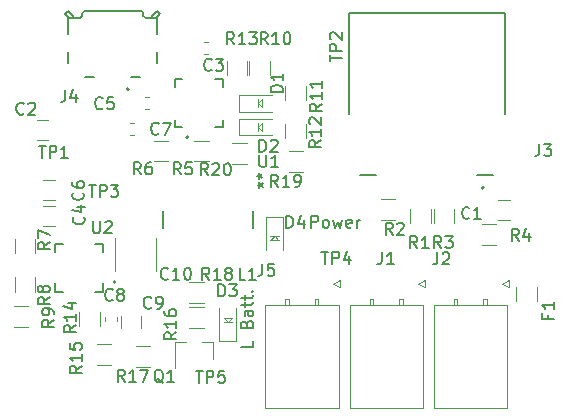
<source format=gto>
%TF.GenerationSoftware,KiCad,Pcbnew,(5.1.8)-1*%
%TF.CreationDate,2021-04-18T19:42:35-04:00*%
%TF.ProjectId,AndrewPowerbank,416e6472-6577-4506-9f77-657262616e6b,rev?*%
%TF.SameCoordinates,Original*%
%TF.FileFunction,Legend,Top*%
%TF.FilePolarity,Positive*%
%FSLAX46Y46*%
G04 Gerber Fmt 4.6, Leading zero omitted, Abs format (unit mm)*
G04 Created by KiCad (PCBNEW (5.1.8)-1) date 2021-04-18 19:42:35*
%MOMM*%
%LPD*%
G01*
G04 APERTURE LIST*
%ADD10C,0.177800*%
%ADD11C,0.200000*%
%ADD12C,0.120000*%
%ADD13C,0.152400*%
%ADD14C,0.100000*%
%ADD15C,0.127000*%
%ADD16C,0.150000*%
G04 APERTURE END LIST*
D10*
X52824259Y-98453786D02*
X52824259Y-98937596D01*
X51808259Y-98937596D01*
X52292068Y-97002358D02*
X52340449Y-96857215D01*
X52388830Y-96808834D01*
X52485592Y-96760453D01*
X52630735Y-96760453D01*
X52727497Y-96808834D01*
X52775878Y-96857215D01*
X52824259Y-96953977D01*
X52824259Y-97341024D01*
X51808259Y-97341024D01*
X51808259Y-97002358D01*
X51856640Y-96905596D01*
X51905020Y-96857215D01*
X52001782Y-96808834D01*
X52098544Y-96808834D01*
X52195306Y-96857215D01*
X52243687Y-96905596D01*
X52292068Y-97002358D01*
X52292068Y-97341024D01*
X52824259Y-95889596D02*
X52292068Y-95889596D01*
X52195306Y-95937977D01*
X52146925Y-96034739D01*
X52146925Y-96228262D01*
X52195306Y-96325024D01*
X52775878Y-95889596D02*
X52824259Y-95986358D01*
X52824259Y-96228262D01*
X52775878Y-96325024D01*
X52679116Y-96373405D01*
X52582354Y-96373405D01*
X52485592Y-96325024D01*
X52437211Y-96228262D01*
X52437211Y-95986358D01*
X52388830Y-95889596D01*
X52146925Y-95550929D02*
X52146925Y-95163881D01*
X51808259Y-95405786D02*
X52679116Y-95405786D01*
X52775878Y-95357405D01*
X52824259Y-95260643D01*
X52824259Y-95163881D01*
X52146925Y-94970358D02*
X52146925Y-94583310D01*
X51808259Y-94825215D02*
X52679116Y-94825215D01*
X52775878Y-94776834D01*
X52824259Y-94680072D01*
X52824259Y-94583310D01*
X52727497Y-94244643D02*
X52775878Y-94196262D01*
X52824259Y-94244643D01*
X52775878Y-94293024D01*
X52727497Y-94244643D01*
X52824259Y-94244643D01*
X57776170Y-88869399D02*
X57776170Y-87853399D01*
X58163218Y-87853399D01*
X58259980Y-87901780D01*
X58308360Y-87950160D01*
X58356741Y-88046922D01*
X58356741Y-88192065D01*
X58308360Y-88288827D01*
X58259980Y-88337208D01*
X58163218Y-88385589D01*
X57776170Y-88385589D01*
X58937313Y-88869399D02*
X58840551Y-88821018D01*
X58792170Y-88772637D01*
X58743789Y-88675875D01*
X58743789Y-88385589D01*
X58792170Y-88288827D01*
X58840551Y-88240446D01*
X58937313Y-88192065D01*
X59082456Y-88192065D01*
X59179218Y-88240446D01*
X59227599Y-88288827D01*
X59275980Y-88385589D01*
X59275980Y-88675875D01*
X59227599Y-88772637D01*
X59179218Y-88821018D01*
X59082456Y-88869399D01*
X58937313Y-88869399D01*
X59614646Y-88192065D02*
X59808170Y-88869399D01*
X60001694Y-88385589D01*
X60195218Y-88869399D01*
X60388741Y-88192065D01*
X61162837Y-88821018D02*
X61066075Y-88869399D01*
X60872551Y-88869399D01*
X60775789Y-88821018D01*
X60727408Y-88724256D01*
X60727408Y-88337208D01*
X60775789Y-88240446D01*
X60872551Y-88192065D01*
X61066075Y-88192065D01*
X61162837Y-88240446D01*
X61211218Y-88337208D01*
X61211218Y-88433970D01*
X60727408Y-88530732D01*
X61646646Y-88869399D02*
X61646646Y-88192065D01*
X61646646Y-88385589D02*
X61695027Y-88288827D01*
X61743408Y-88240446D01*
X61840170Y-88192065D01*
X61936932Y-88192065D01*
D11*
%TO.C,J3*%
X63233520Y-84376280D02*
X61883520Y-84376280D01*
X73183520Y-84376280D02*
X71833520Y-84376280D01*
X72383520Y-85476280D02*
G75*
G03*
X72383520Y-85476280I-100000J0D01*
G01*
X60933520Y-70676280D02*
X74133520Y-70676280D01*
X60933520Y-79226280D02*
X60933520Y-70676280D01*
X74133520Y-70676280D02*
X74133520Y-79226280D01*
D12*
%TO.C,J1*%
X67379600Y-93924400D02*
X66779600Y-93624400D01*
X67379600Y-93324400D02*
X67379600Y-93924400D01*
X66779600Y-93624400D02*
X67379600Y-93324400D01*
X62729600Y-95394400D02*
X63029600Y-95394400D01*
X62729600Y-94924400D02*
X62729600Y-95394400D01*
X63029600Y-94924400D02*
X62729600Y-94924400D01*
X63029600Y-95394400D02*
X63029600Y-94924400D01*
X65229600Y-95394400D02*
X65529600Y-95394400D01*
X65229600Y-94924400D02*
X65229600Y-95394400D01*
X65529600Y-94924400D02*
X65229600Y-94924400D01*
X65529600Y-95394400D02*
X65529600Y-94924400D01*
X61009600Y-104154400D02*
X67249600Y-104154400D01*
X61009600Y-95394400D02*
X61009600Y-104154400D01*
X67249600Y-95394400D02*
X61009600Y-95394400D01*
X67249600Y-104154400D02*
X67249600Y-95394400D01*
%TO.C,R20*%
X51089000Y-81682700D02*
X52289000Y-81682700D01*
X52289000Y-83442700D02*
X51089000Y-83442700D01*
%TO.C,R19*%
X57104840Y-84161520D02*
X55904840Y-84161520D01*
X55904840Y-82401520D02*
X57104840Y-82401520D01*
D13*
%TO.C,L1*%
X52806600Y-88910451D02*
X52806600Y-87416349D01*
X45237400Y-87416349D02*
X45237400Y-88910451D01*
D12*
%TO.C,R7*%
X34408000Y-89824000D02*
X34408000Y-91024000D01*
X32648000Y-91024000D02*
X32648000Y-89824000D01*
%TO.C,R13*%
X50605800Y-75911000D02*
X50605800Y-74711000D01*
X52365800Y-74711000D02*
X52365800Y-75911000D01*
%TO.C,J5*%
X60216800Y-93924400D02*
X59616800Y-93624400D01*
X60216800Y-93324400D02*
X60216800Y-93924400D01*
X59616800Y-93624400D02*
X60216800Y-93324400D01*
X55566800Y-95394400D02*
X55866800Y-95394400D01*
X55566800Y-94924400D02*
X55566800Y-95394400D01*
X55866800Y-94924400D02*
X55566800Y-94924400D01*
X55866800Y-95394400D02*
X55866800Y-94924400D01*
X58066800Y-95394400D02*
X58366800Y-95394400D01*
X58066800Y-94924400D02*
X58066800Y-95394400D01*
X58366800Y-94924400D02*
X58066800Y-94924400D01*
X58366800Y-95394400D02*
X58366800Y-94924400D01*
X53846800Y-104154400D02*
X60086800Y-104154400D01*
X53846800Y-95394400D02*
X53846800Y-104154400D01*
X60086800Y-95394400D02*
X53846800Y-95394400D01*
X60086800Y-104154400D02*
X60086800Y-95394400D01*
%TO.C,J2*%
X74491600Y-93924400D02*
X73891600Y-93624400D01*
X74491600Y-93324400D02*
X74491600Y-93924400D01*
X73891600Y-93624400D02*
X74491600Y-93324400D01*
X69841600Y-95394400D02*
X70141600Y-95394400D01*
X69841600Y-94924400D02*
X69841600Y-95394400D01*
X70141600Y-94924400D02*
X69841600Y-94924400D01*
X70141600Y-95394400D02*
X70141600Y-94924400D01*
X72341600Y-95394400D02*
X72641600Y-95394400D01*
X72341600Y-94924400D02*
X72341600Y-95394400D01*
X72641600Y-94924400D02*
X72341600Y-94924400D01*
X72641600Y-95394400D02*
X72641600Y-94924400D01*
X68121600Y-104154400D02*
X74361600Y-104154400D01*
X68121600Y-95394400D02*
X68121600Y-104154400D01*
X74361600Y-95394400D02*
X68121600Y-95394400D01*
X74361600Y-104154400D02*
X74361600Y-95394400D01*
%TO.C,C7*%
X42776359Y-81005140D02*
X42450801Y-81005140D01*
X42776359Y-79985140D02*
X42450801Y-79985140D01*
%TO.C,C1*%
X74612120Y-86480280D02*
X73612120Y-86480280D01*
X73612120Y-88180280D02*
X74612120Y-88180280D01*
%TO.C,C2*%
X34513900Y-81418800D02*
X35513900Y-81418800D01*
X35513900Y-79718800D02*
X34513900Y-79718800D01*
%TO.C,C3*%
X48711901Y-73162700D02*
X49037459Y-73162700D01*
X48711901Y-74182700D02*
X49037459Y-74182700D01*
%TO.C,C4*%
X36034600Y-86983200D02*
X35034600Y-86983200D01*
X35034600Y-88683200D02*
X36034600Y-88683200D01*
%TO.C,C5*%
X43990479Y-77798200D02*
X43664921Y-77798200D01*
X43990479Y-78818200D02*
X43664921Y-78818200D01*
%TO.C,C6*%
X35060000Y-86524200D02*
X36060000Y-86524200D01*
X36060000Y-84824200D02*
X35060000Y-84824200D01*
%TO.C,C8*%
X40282400Y-96408021D02*
X40282400Y-96733579D01*
X41302400Y-96408021D02*
X41302400Y-96733579D01*
%TO.C,C9*%
X43369600Y-97359600D02*
X43369600Y-96359600D01*
X41669600Y-96359600D02*
X41669600Y-97359600D01*
%TO.C,C10*%
X41165200Y-89748948D02*
X41165200Y-92521452D01*
X44585200Y-89748948D02*
X44585200Y-92521452D01*
D14*
%TO.C,D1*%
X53241600Y-78683600D02*
X53241600Y-78333600D01*
X53241600Y-78333600D02*
X53241600Y-77983600D01*
X53591600Y-78683600D02*
X53241600Y-78333600D01*
X53591600Y-78633600D02*
X53591600Y-78683600D01*
X53591600Y-78683600D02*
X53591600Y-78633600D01*
X53591600Y-77983600D02*
X53591600Y-78633600D01*
X53541600Y-78033600D02*
X53591600Y-77983600D01*
X53241600Y-78333600D02*
X53541600Y-78033600D01*
D12*
X51641600Y-77633600D02*
X51641600Y-79033600D01*
X51641600Y-79033600D02*
X54441600Y-79033600D01*
X51641600Y-77633600D02*
X54441600Y-77633600D01*
D14*
%TO.C,D2*%
X53228900Y-80702900D02*
X53228900Y-80352900D01*
X53228900Y-80352900D02*
X53228900Y-80002900D01*
X53578900Y-80702900D02*
X53228900Y-80352900D01*
X53578900Y-80652900D02*
X53578900Y-80702900D01*
X53578900Y-80702900D02*
X53578900Y-80652900D01*
X53578900Y-80002900D02*
X53578900Y-80652900D01*
X53528900Y-80052900D02*
X53578900Y-80002900D01*
X53228900Y-80352900D02*
X53528900Y-80052900D01*
D12*
X51628900Y-79652900D02*
X51628900Y-81052900D01*
X51628900Y-81052900D02*
X54428900Y-81052900D01*
X51628900Y-79652900D02*
X54428900Y-79652900D01*
%TO.C,D3*%
X49998400Y-98447000D02*
X49998400Y-95647000D01*
X51398400Y-98447000D02*
X51398400Y-95647000D01*
X49998400Y-98447000D02*
X51398400Y-98447000D01*
D14*
X50698400Y-96847000D02*
X50398400Y-96547000D01*
X50398400Y-96547000D02*
X50348400Y-96497000D01*
X50348400Y-96497000D02*
X50998400Y-96497000D01*
X51048400Y-96497000D02*
X50998400Y-96497000D01*
X50998400Y-96497000D02*
X51048400Y-96497000D01*
X51048400Y-96497000D02*
X50698400Y-96847000D01*
X50698400Y-96847000D02*
X50348400Y-96847000D01*
X51048400Y-96847000D02*
X50698400Y-96847000D01*
D12*
%TO.C,D4*%
X55360800Y-87989000D02*
X55360800Y-90789000D01*
X53960800Y-87989000D02*
X53960800Y-90789000D01*
X55360800Y-87989000D02*
X53960800Y-87989000D01*
D14*
X54660800Y-89589000D02*
X54960800Y-89889000D01*
X54960800Y-89889000D02*
X55010800Y-89939000D01*
X55010800Y-89939000D02*
X54360800Y-89939000D01*
X54310800Y-89939000D02*
X54360800Y-89939000D01*
X54360800Y-89939000D02*
X54310800Y-89939000D01*
X54310800Y-89939000D02*
X54660800Y-89589000D01*
X54660800Y-89589000D02*
X55010800Y-89589000D01*
X54310800Y-89589000D02*
X54660800Y-89589000D01*
D12*
%TO.C,F1*%
X75086800Y-95090064D02*
X75086800Y-93885936D01*
X76906800Y-95090064D02*
X76906800Y-93885936D01*
D15*
%TO.C,J4*%
X37569800Y-70928600D02*
X37569800Y-71053600D01*
X37194800Y-70553600D02*
X37569800Y-70928600D01*
X36944800Y-70803600D02*
X37194800Y-70553600D01*
X37194800Y-71053600D02*
X36944800Y-70803600D01*
X44319800Y-70928600D02*
X44319800Y-71053600D01*
X44694800Y-70553600D02*
X44319800Y-70928600D01*
X44944800Y-70803600D02*
X44694800Y-70553600D01*
X44694800Y-71053600D02*
X44944800Y-70803600D01*
D11*
X42339800Y-77123600D02*
G75*
G03*
X42339800Y-77123600I-100000J0D01*
G01*
D15*
X37194800Y-71113600D02*
X37194800Y-72488600D01*
X38019800Y-71113600D02*
X37194800Y-71113600D01*
X38344800Y-70713600D02*
X38344800Y-70913600D01*
X43344800Y-70503600D02*
X38544800Y-70503600D01*
X43544800Y-70903600D02*
X43544800Y-70838600D01*
X44694800Y-71103600D02*
X43744800Y-71103600D01*
X44694800Y-72428600D02*
X44694800Y-71103600D01*
X37194800Y-74928600D02*
X37194800Y-74018600D01*
X44694800Y-74938600D02*
X44694800Y-74028600D01*
X39364800Y-76103600D02*
X38624800Y-76103600D01*
X43284800Y-76103600D02*
X42504800Y-76103600D01*
X38344800Y-70913600D02*
G75*
G02*
X38019800Y-71113600I-262500J62500D01*
G01*
X38544800Y-70503600D02*
G75*
G03*
X38344800Y-70713600I5000J-205000D01*
G01*
X43544800Y-70838600D02*
G75*
G03*
X43344800Y-70503600I-267500J67500D01*
G01*
X43744800Y-71103600D02*
G75*
G02*
X43544800Y-70903600I0J200000D01*
G01*
D12*
%TO.C,Q1*%
X49433600Y-98554000D02*
X48503600Y-98554000D01*
X46273600Y-98554000D02*
X47203600Y-98554000D01*
X46273600Y-98554000D02*
X46273600Y-100714000D01*
X49433600Y-98554000D02*
X49433600Y-100014000D01*
%TO.C,R1*%
X66120120Y-88463680D02*
X66120120Y-87263680D01*
X67880120Y-87263680D02*
X67880120Y-88463680D01*
%TO.C,R2*%
X63656920Y-86450280D02*
X64856920Y-86450280D01*
X64856920Y-88210280D02*
X63656920Y-88210280D01*
%TO.C,R3*%
X69886720Y-87263680D02*
X69886720Y-88463680D01*
X68126720Y-88463680D02*
X68126720Y-87263680D01*
%TO.C,R4*%
X72216720Y-88558480D02*
X73416720Y-88558480D01*
X73416720Y-90318480D02*
X72216720Y-90318480D01*
%TO.C,R5*%
X47875900Y-81492200D02*
X49075900Y-81492200D01*
X49075900Y-83252200D02*
X47875900Y-83252200D01*
%TO.C,R6*%
X45664720Y-83242040D02*
X44464720Y-83242040D01*
X44464720Y-81482040D02*
X45664720Y-81482040D01*
%TO.C,R8*%
X34408000Y-93075200D02*
X34408000Y-94275200D01*
X32648000Y-94275200D02*
X32648000Y-93075200D01*
%TO.C,R9*%
X32623200Y-95513000D02*
X33823200Y-95513000D01*
X33823200Y-97273000D02*
X32623200Y-97273000D01*
%TO.C,R10*%
X52523500Y-75911000D02*
X52523500Y-74711000D01*
X54283500Y-74711000D02*
X54283500Y-75911000D01*
%TO.C,R11*%
X57306100Y-76844600D02*
X57306100Y-78044600D01*
X55546100Y-78044600D02*
X55546100Y-76844600D01*
%TO.C,R12*%
X55533400Y-81295800D02*
X55533400Y-80095800D01*
X57293400Y-80095800D02*
X57293400Y-81295800D01*
%TO.C,R14*%
X39894400Y-96021600D02*
X39894400Y-97221600D01*
X38134400Y-97221600D02*
X38134400Y-96021600D01*
%TO.C,R15*%
X39633600Y-98738800D02*
X40833600Y-98738800D01*
X40833600Y-100498800D02*
X39633600Y-100498800D01*
%TO.C,R16*%
X48656800Y-97349200D02*
X47456800Y-97349200D01*
X47456800Y-95589200D02*
X48656800Y-95589200D01*
%TO.C,R17*%
X42910200Y-98891200D02*
X44110200Y-98891200D01*
X44110200Y-100651200D02*
X42910200Y-100651200D01*
%TO.C,R18*%
X47456800Y-93455600D02*
X48656800Y-93455600D01*
X48656800Y-95215600D02*
X47456800Y-95215600D01*
D11*
%TO.C,U1*%
X47360000Y-81208200D02*
G75*
G03*
X47360000Y-81208200I-100000J0D01*
G01*
D15*
X50260000Y-76308200D02*
X49660000Y-76308200D01*
X50260000Y-76908200D02*
X50260000Y-76308200D01*
X50260000Y-80308200D02*
X50260000Y-79708200D01*
X49660000Y-80308200D02*
X50260000Y-80308200D01*
X46260000Y-76308200D02*
X46860000Y-76308200D01*
X46260000Y-76908200D02*
X46260000Y-76308200D01*
X46260000Y-80308200D02*
X46860000Y-80308200D01*
X46260000Y-79708200D02*
X46260000Y-80308200D01*
D11*
%TO.C,U2*%
X41200000Y-93452800D02*
G75*
G03*
X41200000Y-93452800I-100000J0D01*
G01*
D15*
X40150000Y-90922800D02*
X40150000Y-90202800D01*
X40150000Y-94302800D02*
X40150000Y-93582800D01*
X36050000Y-94302800D02*
X36770000Y-94302800D01*
X36050000Y-90202800D02*
X36050000Y-90922800D01*
X40150000Y-90202800D02*
X39430000Y-90202800D01*
X39430000Y-94302800D02*
X40150000Y-94302800D01*
X36770000Y-90202800D02*
X36050000Y-90202800D01*
X36050000Y-93582800D02*
X36050000Y-94302800D01*
%TO.C,J3*%
D10*
X77075453Y-81770099D02*
X77075453Y-82495813D01*
X77027072Y-82640956D01*
X76930310Y-82737718D01*
X76785167Y-82786099D01*
X76688405Y-82786099D01*
X77462500Y-81770099D02*
X78091453Y-81770099D01*
X77752786Y-82157146D01*
X77897929Y-82157146D01*
X77994691Y-82205527D01*
X78043072Y-82253908D01*
X78091453Y-82350670D01*
X78091453Y-82592575D01*
X78043072Y-82689337D01*
X77994691Y-82737718D01*
X77897929Y-82786099D01*
X77607643Y-82786099D01*
X77510881Y-82737718D01*
X77462500Y-82689337D01*
%TO.C,J1*%
X63758233Y-90939499D02*
X63758233Y-91665213D01*
X63709852Y-91810356D01*
X63613090Y-91907118D01*
X63467947Y-91955499D01*
X63371185Y-91955499D01*
X64774233Y-91955499D02*
X64193661Y-91955499D01*
X64483947Y-91955499D02*
X64483947Y-90939499D01*
X64387185Y-91084641D01*
X64290423Y-91181403D01*
X64193661Y-91229784D01*
%TO.C,R20*%
X49019097Y-84414239D02*
X48680430Y-83930429D01*
X48438525Y-84414239D02*
X48438525Y-83398239D01*
X48825573Y-83398239D01*
X48922335Y-83446620D01*
X48970716Y-83495000D01*
X49019097Y-83591762D01*
X49019097Y-83736905D01*
X48970716Y-83833667D01*
X48922335Y-83882048D01*
X48825573Y-83930429D01*
X48438525Y-83930429D01*
X49406144Y-83495000D02*
X49454525Y-83446620D01*
X49551287Y-83398239D01*
X49793192Y-83398239D01*
X49889954Y-83446620D01*
X49938335Y-83495000D01*
X49986716Y-83591762D01*
X49986716Y-83688524D01*
X49938335Y-83833667D01*
X49357763Y-84414239D01*
X49986716Y-84414239D01*
X50615668Y-83398239D02*
X50712430Y-83398239D01*
X50809192Y-83446620D01*
X50857573Y-83495000D01*
X50905954Y-83591762D01*
X50954335Y-83785286D01*
X50954335Y-84027191D01*
X50905954Y-84220715D01*
X50857573Y-84317477D01*
X50809192Y-84365858D01*
X50712430Y-84414239D01*
X50615668Y-84414239D01*
X50518906Y-84365858D01*
X50470525Y-84317477D01*
X50422144Y-84220715D01*
X50373763Y-84027191D01*
X50373763Y-83785286D01*
X50422144Y-83591762D01*
X50470525Y-83495000D01*
X50518906Y-83446620D01*
X50615668Y-83398239D01*
%TO.C,R19*%
X54955077Y-85409919D02*
X54616410Y-84926109D01*
X54374505Y-85409919D02*
X54374505Y-84393919D01*
X54761553Y-84393919D01*
X54858315Y-84442300D01*
X54906696Y-84490680D01*
X54955077Y-84587442D01*
X54955077Y-84732585D01*
X54906696Y-84829347D01*
X54858315Y-84877728D01*
X54761553Y-84926109D01*
X54374505Y-84926109D01*
X55922696Y-85409919D02*
X55342124Y-85409919D01*
X55632410Y-85409919D02*
X55632410Y-84393919D01*
X55535648Y-84539061D01*
X55438886Y-84635823D01*
X55342124Y-84684204D01*
X56406505Y-85409919D02*
X56600029Y-85409919D01*
X56696791Y-85361538D01*
X56745172Y-85313157D01*
X56841934Y-85168014D01*
X56890315Y-84974490D01*
X56890315Y-84587442D01*
X56841934Y-84490680D01*
X56793553Y-84442300D01*
X56696791Y-84393919D01*
X56503267Y-84393919D01*
X56406505Y-84442300D01*
X56358124Y-84490680D01*
X56309743Y-84587442D01*
X56309743Y-84829347D01*
X56358124Y-84926109D01*
X56406505Y-84974490D01*
X56503267Y-85022871D01*
X56696791Y-85022871D01*
X56793553Y-84974490D01*
X56841934Y-84926109D01*
X56890315Y-84829347D01*
%TO.C,L1*%
X52192766Y-93286459D02*
X51708957Y-93286459D01*
X51708957Y-92270459D01*
X53063623Y-93286459D02*
X52483052Y-93286459D01*
X52773338Y-93286459D02*
X52773338Y-92270459D01*
X52676576Y-92415601D01*
X52579814Y-92512363D01*
X52483052Y-92560744D01*
D16*
X53178460Y-84485480D02*
X53416556Y-84485480D01*
X53321318Y-84723575D02*
X53416556Y-84485480D01*
X53321318Y-84247384D01*
X53607032Y-84628337D02*
X53416556Y-84485480D01*
X53607032Y-84342622D01*
X53229260Y-85262720D02*
X53467356Y-85262720D01*
X53372118Y-85500815D02*
X53467356Y-85262720D01*
X53372118Y-85024624D01*
X53657832Y-85405577D02*
X53467356Y-85262720D01*
X53657832Y-85119862D01*
%TO.C,R7*%
D10*
X35620839Y-90087873D02*
X35137029Y-90426540D01*
X35620839Y-90668444D02*
X34604839Y-90668444D01*
X34604839Y-90281397D01*
X34653220Y-90184635D01*
X34701600Y-90136254D01*
X34798362Y-90087873D01*
X34943505Y-90087873D01*
X35040267Y-90136254D01*
X35088648Y-90184635D01*
X35137029Y-90281397D01*
X35137029Y-90668444D01*
X34604839Y-89749206D02*
X34604839Y-89071873D01*
X35620839Y-89507301D01*
%TO.C,R13*%
X51228897Y-73342379D02*
X50890230Y-72858569D01*
X50648325Y-73342379D02*
X50648325Y-72326379D01*
X51035373Y-72326379D01*
X51132135Y-72374760D01*
X51180516Y-72423140D01*
X51228897Y-72519902D01*
X51228897Y-72665045D01*
X51180516Y-72761807D01*
X51132135Y-72810188D01*
X51035373Y-72858569D01*
X50648325Y-72858569D01*
X52196516Y-73342379D02*
X51615944Y-73342379D01*
X51906230Y-73342379D02*
X51906230Y-72326379D01*
X51809468Y-72471521D01*
X51712706Y-72568283D01*
X51615944Y-72616664D01*
X52535182Y-72326379D02*
X53164135Y-72326379D01*
X52825468Y-72713426D01*
X52970611Y-72713426D01*
X53067373Y-72761807D01*
X53115754Y-72810188D01*
X53164135Y-72906950D01*
X53164135Y-73148855D01*
X53115754Y-73245617D01*
X53067373Y-73293998D01*
X52970611Y-73342379D01*
X52680325Y-73342379D01*
X52583563Y-73293998D01*
X52535182Y-73245617D01*
%TO.C,J5*%
X53636333Y-91925019D02*
X53636333Y-92650733D01*
X53587952Y-92795876D01*
X53491190Y-92892638D01*
X53346047Y-92941019D01*
X53249285Y-92941019D01*
X54603952Y-91925019D02*
X54120142Y-91925019D01*
X54071761Y-92408828D01*
X54120142Y-92360447D01*
X54216904Y-92312066D01*
X54458809Y-92312066D01*
X54555571Y-92360447D01*
X54603952Y-92408828D01*
X54652333Y-92505590D01*
X54652333Y-92747495D01*
X54603952Y-92844257D01*
X54555571Y-92892638D01*
X54458809Y-92941019D01*
X54216904Y-92941019D01*
X54120142Y-92892638D01*
X54071761Y-92844257D01*
%TO.C,J2*%
X68449613Y-90962359D02*
X68449613Y-91688073D01*
X68401232Y-91833216D01*
X68304470Y-91929978D01*
X68159327Y-91978359D01*
X68062565Y-91978359D01*
X68885041Y-91059120D02*
X68933422Y-91010740D01*
X69030184Y-90962359D01*
X69272089Y-90962359D01*
X69368851Y-91010740D01*
X69417232Y-91059120D01*
X69465613Y-91155882D01*
X69465613Y-91252644D01*
X69417232Y-91397787D01*
X68836660Y-91978359D01*
X69465613Y-91978359D01*
%TO.C,C7*%
X44844546Y-80883397D02*
X44796165Y-80931778D01*
X44651022Y-80980159D01*
X44554260Y-80980159D01*
X44409118Y-80931778D01*
X44312356Y-80835016D01*
X44263975Y-80738254D01*
X44215594Y-80544730D01*
X44215594Y-80399587D01*
X44263975Y-80206063D01*
X44312356Y-80109301D01*
X44409118Y-80012540D01*
X44554260Y-79964159D01*
X44651022Y-79964159D01*
X44796165Y-80012540D01*
X44844546Y-80060920D01*
X45183213Y-79964159D02*
X45860546Y-79964159D01*
X45425118Y-80980159D01*
%TO.C,C1*%
X71166566Y-88028417D02*
X71118185Y-88076798D01*
X70973042Y-88125179D01*
X70876280Y-88125179D01*
X70731138Y-88076798D01*
X70634376Y-87980036D01*
X70585995Y-87883274D01*
X70537614Y-87689750D01*
X70537614Y-87544607D01*
X70585995Y-87351083D01*
X70634376Y-87254321D01*
X70731138Y-87157560D01*
X70876280Y-87109179D01*
X70973042Y-87109179D01*
X71118185Y-87157560D01*
X71166566Y-87205940D01*
X72134185Y-88125179D02*
X71553614Y-88125179D01*
X71843900Y-88125179D02*
X71843900Y-87109179D01*
X71747138Y-87254321D01*
X71650376Y-87351083D01*
X71553614Y-87399464D01*
%TO.C,C2*%
X33442486Y-79189217D02*
X33394105Y-79237598D01*
X33248962Y-79285979D01*
X33152200Y-79285979D01*
X33007058Y-79237598D01*
X32910296Y-79140836D01*
X32861915Y-79044074D01*
X32813534Y-78850550D01*
X32813534Y-78705407D01*
X32861915Y-78511883D01*
X32910296Y-78415121D01*
X33007058Y-78318360D01*
X33152200Y-78269979D01*
X33248962Y-78269979D01*
X33394105Y-78318360D01*
X33442486Y-78366740D01*
X33829534Y-78366740D02*
X33877915Y-78318360D01*
X33974677Y-78269979D01*
X34216581Y-78269979D01*
X34313343Y-78318360D01*
X34361724Y-78366740D01*
X34410105Y-78463502D01*
X34410105Y-78560264D01*
X34361724Y-78705407D01*
X33781153Y-79285979D01*
X34410105Y-79285979D01*
%TO.C,C3*%
X49335266Y-75480817D02*
X49286885Y-75529198D01*
X49141742Y-75577579D01*
X49044980Y-75577579D01*
X48899838Y-75529198D01*
X48803076Y-75432436D01*
X48754695Y-75335674D01*
X48706314Y-75142150D01*
X48706314Y-74997007D01*
X48754695Y-74803483D01*
X48803076Y-74706721D01*
X48899838Y-74609960D01*
X49044980Y-74561579D01*
X49141742Y-74561579D01*
X49286885Y-74609960D01*
X49335266Y-74658340D01*
X49673933Y-74561579D02*
X50302885Y-74561579D01*
X49964219Y-74948626D01*
X50109361Y-74948626D01*
X50206123Y-74997007D01*
X50254504Y-75045388D01*
X50302885Y-75142150D01*
X50302885Y-75384055D01*
X50254504Y-75480817D01*
X50206123Y-75529198D01*
X50109361Y-75577579D01*
X49819076Y-75577579D01*
X49722314Y-75529198D01*
X49673933Y-75480817D01*
%TO.C,C4*%
X38503497Y-87956813D02*
X38551878Y-88005194D01*
X38600259Y-88150337D01*
X38600259Y-88247099D01*
X38551878Y-88392241D01*
X38455116Y-88489003D01*
X38358354Y-88537384D01*
X38164830Y-88585765D01*
X38019687Y-88585765D01*
X37826163Y-88537384D01*
X37729401Y-88489003D01*
X37632640Y-88392241D01*
X37584259Y-88247099D01*
X37584259Y-88150337D01*
X37632640Y-88005194D01*
X37681020Y-87956813D01*
X37922925Y-87085956D02*
X38600259Y-87085956D01*
X37535878Y-87327860D02*
X38261592Y-87569765D01*
X38261592Y-86940813D01*
%TO.C,C5*%
X40104906Y-78724397D02*
X40056525Y-78772778D01*
X39911382Y-78821159D01*
X39814620Y-78821159D01*
X39669478Y-78772778D01*
X39572716Y-78676016D01*
X39524335Y-78579254D01*
X39475954Y-78385730D01*
X39475954Y-78240587D01*
X39524335Y-78047063D01*
X39572716Y-77950301D01*
X39669478Y-77853540D01*
X39814620Y-77805159D01*
X39911382Y-77805159D01*
X40056525Y-77853540D01*
X40104906Y-77901920D01*
X41024144Y-77805159D02*
X40540335Y-77805159D01*
X40491954Y-78288968D01*
X40540335Y-78240587D01*
X40637097Y-78192206D01*
X40879001Y-78192206D01*
X40975763Y-78240587D01*
X41024144Y-78288968D01*
X41072525Y-78385730D01*
X41072525Y-78627635D01*
X41024144Y-78724397D01*
X40975763Y-78772778D01*
X40879001Y-78821159D01*
X40637097Y-78821159D01*
X40540335Y-78772778D01*
X40491954Y-78724397D01*
%TO.C,C6*%
X38432377Y-85894333D02*
X38480758Y-85942714D01*
X38529139Y-86087857D01*
X38529139Y-86184619D01*
X38480758Y-86329761D01*
X38383996Y-86426523D01*
X38287234Y-86474904D01*
X38093710Y-86523285D01*
X37948567Y-86523285D01*
X37755043Y-86474904D01*
X37658281Y-86426523D01*
X37561520Y-86329761D01*
X37513139Y-86184619D01*
X37513139Y-86087857D01*
X37561520Y-85942714D01*
X37609900Y-85894333D01*
X37513139Y-85023476D02*
X37513139Y-85217000D01*
X37561520Y-85313761D01*
X37609900Y-85362142D01*
X37755043Y-85458904D01*
X37948567Y-85507285D01*
X38335615Y-85507285D01*
X38432377Y-85458904D01*
X38480758Y-85410523D01*
X38529139Y-85313761D01*
X38529139Y-85120238D01*
X38480758Y-85023476D01*
X38432377Y-84975095D01*
X38335615Y-84926714D01*
X38093710Y-84926714D01*
X37996948Y-84975095D01*
X37948567Y-85023476D01*
X37900186Y-85120238D01*
X37900186Y-85313761D01*
X37948567Y-85410523D01*
X37996948Y-85458904D01*
X38093710Y-85507285D01*
%TO.C,C8*%
X40943106Y-94957537D02*
X40894725Y-95005918D01*
X40749582Y-95054299D01*
X40652820Y-95054299D01*
X40507678Y-95005918D01*
X40410916Y-94909156D01*
X40362535Y-94812394D01*
X40314154Y-94618870D01*
X40314154Y-94473727D01*
X40362535Y-94280203D01*
X40410916Y-94183441D01*
X40507678Y-94086680D01*
X40652820Y-94038299D01*
X40749582Y-94038299D01*
X40894725Y-94086680D01*
X40943106Y-94135060D01*
X41523678Y-94473727D02*
X41426916Y-94425346D01*
X41378535Y-94376965D01*
X41330154Y-94280203D01*
X41330154Y-94231822D01*
X41378535Y-94135060D01*
X41426916Y-94086680D01*
X41523678Y-94038299D01*
X41717201Y-94038299D01*
X41813963Y-94086680D01*
X41862344Y-94135060D01*
X41910725Y-94231822D01*
X41910725Y-94280203D01*
X41862344Y-94376965D01*
X41813963Y-94425346D01*
X41717201Y-94473727D01*
X41523678Y-94473727D01*
X41426916Y-94522108D01*
X41378535Y-94570489D01*
X41330154Y-94667251D01*
X41330154Y-94860775D01*
X41378535Y-94957537D01*
X41426916Y-95005918D01*
X41523678Y-95054299D01*
X41717201Y-95054299D01*
X41813963Y-95005918D01*
X41862344Y-94957537D01*
X41910725Y-94860775D01*
X41910725Y-94667251D01*
X41862344Y-94570489D01*
X41813963Y-94522108D01*
X41717201Y-94473727D01*
%TO.C,C9*%
X44219706Y-95612857D02*
X44171325Y-95661238D01*
X44026182Y-95709619D01*
X43929420Y-95709619D01*
X43784278Y-95661238D01*
X43687516Y-95564476D01*
X43639135Y-95467714D01*
X43590754Y-95274190D01*
X43590754Y-95129047D01*
X43639135Y-94935523D01*
X43687516Y-94838761D01*
X43784278Y-94742000D01*
X43929420Y-94693619D01*
X44026182Y-94693619D01*
X44171325Y-94742000D01*
X44219706Y-94790380D01*
X44703516Y-95709619D02*
X44897040Y-95709619D01*
X44993801Y-95661238D01*
X45042182Y-95612857D01*
X45138944Y-95467714D01*
X45187325Y-95274190D01*
X45187325Y-94887142D01*
X45138944Y-94790380D01*
X45090563Y-94742000D01*
X44993801Y-94693619D01*
X44800278Y-94693619D01*
X44703516Y-94742000D01*
X44655135Y-94790380D01*
X44606754Y-94887142D01*
X44606754Y-95129047D01*
X44655135Y-95225809D01*
X44703516Y-95274190D01*
X44800278Y-95322571D01*
X44993801Y-95322571D01*
X45090563Y-95274190D01*
X45138944Y-95225809D01*
X45187325Y-95129047D01*
%TO.C,C10*%
X45643437Y-93169377D02*
X45595056Y-93217758D01*
X45449913Y-93266139D01*
X45353151Y-93266139D01*
X45208008Y-93217758D01*
X45111246Y-93120996D01*
X45062865Y-93024234D01*
X45014484Y-92830710D01*
X45014484Y-92685567D01*
X45062865Y-92492043D01*
X45111246Y-92395281D01*
X45208008Y-92298520D01*
X45353151Y-92250139D01*
X45449913Y-92250139D01*
X45595056Y-92298520D01*
X45643437Y-92346900D01*
X46611056Y-93266139D02*
X46030484Y-93266139D01*
X46320770Y-93266139D02*
X46320770Y-92250139D01*
X46224008Y-92395281D01*
X46127246Y-92492043D01*
X46030484Y-92540424D01*
X47240008Y-92250139D02*
X47336770Y-92250139D01*
X47433532Y-92298520D01*
X47481913Y-92346900D01*
X47530294Y-92443662D01*
X47578675Y-92637186D01*
X47578675Y-92879091D01*
X47530294Y-93072615D01*
X47481913Y-93169377D01*
X47433532Y-93217758D01*
X47336770Y-93266139D01*
X47240008Y-93266139D01*
X47143246Y-93217758D01*
X47094865Y-93169377D01*
X47046484Y-93072615D01*
X46998103Y-92879091D01*
X46998103Y-92637186D01*
X47046484Y-92443662D01*
X47094865Y-92346900D01*
X47143246Y-92298520D01*
X47240008Y-92250139D01*
%TO.C,D1*%
X55354099Y-77361384D02*
X54338099Y-77361384D01*
X54338099Y-77119480D01*
X54386480Y-76974337D01*
X54483241Y-76877575D01*
X54580003Y-76829194D01*
X54773527Y-76780813D01*
X54918670Y-76780813D01*
X55112194Y-76829194D01*
X55208956Y-76877575D01*
X55305718Y-76974337D01*
X55354099Y-77119480D01*
X55354099Y-77361384D01*
X55354099Y-75813194D02*
X55354099Y-76393765D01*
X55354099Y-76103480D02*
X54338099Y-76103480D01*
X54483241Y-76200241D01*
X54580003Y-76297003D01*
X54628384Y-76393765D01*
%TO.C,D2*%
X53380035Y-82438119D02*
X53380035Y-81422119D01*
X53621940Y-81422119D01*
X53767082Y-81470500D01*
X53863844Y-81567261D01*
X53912225Y-81664023D01*
X53960606Y-81857547D01*
X53960606Y-82002690D01*
X53912225Y-82196214D01*
X53863844Y-82292976D01*
X53767082Y-82389738D01*
X53621940Y-82438119D01*
X53380035Y-82438119D01*
X54347654Y-81518880D02*
X54396035Y-81470500D01*
X54492797Y-81422119D01*
X54734701Y-81422119D01*
X54831463Y-81470500D01*
X54879844Y-81518880D01*
X54928225Y-81615642D01*
X54928225Y-81712404D01*
X54879844Y-81857547D01*
X54299273Y-82438119D01*
X54928225Y-82438119D01*
%TO.C,D3*%
X49902775Y-94680919D02*
X49902775Y-93664919D01*
X50144680Y-93664919D01*
X50289822Y-93713300D01*
X50386584Y-93810061D01*
X50434965Y-93906823D01*
X50483346Y-94100347D01*
X50483346Y-94245490D01*
X50434965Y-94439014D01*
X50386584Y-94535776D01*
X50289822Y-94632538D01*
X50144680Y-94680919D01*
X49902775Y-94680919D01*
X50822013Y-93664919D02*
X51450965Y-93664919D01*
X51112299Y-94051966D01*
X51257441Y-94051966D01*
X51354203Y-94100347D01*
X51402584Y-94148728D01*
X51450965Y-94245490D01*
X51450965Y-94487395D01*
X51402584Y-94584157D01*
X51354203Y-94632538D01*
X51257441Y-94680919D01*
X50967156Y-94680919D01*
X50870394Y-94632538D01*
X50822013Y-94584157D01*
%TO.C,D4*%
X55673655Y-88884639D02*
X55673655Y-87868639D01*
X55915560Y-87868639D01*
X56060702Y-87917020D01*
X56157464Y-88013781D01*
X56205845Y-88110543D01*
X56254226Y-88304067D01*
X56254226Y-88449210D01*
X56205845Y-88642734D01*
X56157464Y-88739496D01*
X56060702Y-88836258D01*
X55915560Y-88884639D01*
X55673655Y-88884639D01*
X57125083Y-88207305D02*
X57125083Y-88884639D01*
X56883179Y-87820258D02*
X56641274Y-88545972D01*
X57270226Y-88545972D01*
%TO.C,F1*%
X77778428Y-96223666D02*
X77778428Y-96562333D01*
X78310619Y-96562333D02*
X77294619Y-96562333D01*
X77294619Y-96078523D01*
X78310619Y-95159285D02*
X78310619Y-95739857D01*
X78310619Y-95449571D02*
X77294619Y-95449571D01*
X77439761Y-95546333D01*
X77536523Y-95643095D01*
X77584904Y-95739857D01*
%TO.C,J4*%
X36943453Y-77205719D02*
X36943453Y-77931433D01*
X36895072Y-78076576D01*
X36798310Y-78173338D01*
X36653167Y-78221719D01*
X36556405Y-78221719D01*
X37862691Y-77544385D02*
X37862691Y-78221719D01*
X37620786Y-77157338D02*
X37378881Y-77883052D01*
X38007834Y-77883052D01*
%TO.C,Q1*%
X45232078Y-102006520D02*
X45135316Y-101958140D01*
X45038554Y-101861378D01*
X44893411Y-101716235D01*
X44796649Y-101667854D01*
X44699887Y-101667854D01*
X44748268Y-101909759D02*
X44651506Y-101861378D01*
X44554744Y-101764616D01*
X44506363Y-101571092D01*
X44506363Y-101232425D01*
X44554744Y-101038901D01*
X44651506Y-100942140D01*
X44748268Y-100893759D01*
X44941792Y-100893759D01*
X45038554Y-100942140D01*
X45135316Y-101038901D01*
X45183697Y-101232425D01*
X45183697Y-101571092D01*
X45135316Y-101764616D01*
X45038554Y-101861378D01*
X44941792Y-101909759D01*
X44748268Y-101909759D01*
X46151316Y-101909759D02*
X45570744Y-101909759D01*
X45861030Y-101909759D02*
X45861030Y-100893759D01*
X45764268Y-101038901D01*
X45667506Y-101135663D01*
X45570744Y-101184044D01*
%TO.C,R1*%
X66744426Y-90588979D02*
X66405760Y-90105169D01*
X66163855Y-90588979D02*
X66163855Y-89572979D01*
X66550902Y-89572979D01*
X66647664Y-89621360D01*
X66696045Y-89669740D01*
X66744426Y-89766502D01*
X66744426Y-89911645D01*
X66696045Y-90008407D01*
X66647664Y-90056788D01*
X66550902Y-90105169D01*
X66163855Y-90105169D01*
X67712045Y-90588979D02*
X67131474Y-90588979D01*
X67421760Y-90588979D02*
X67421760Y-89572979D01*
X67324998Y-89718121D01*
X67228236Y-89814883D01*
X67131474Y-89863264D01*
%TO.C,R2*%
X64659086Y-89445979D02*
X64320420Y-88962169D01*
X64078515Y-89445979D02*
X64078515Y-88429979D01*
X64465562Y-88429979D01*
X64562324Y-88478360D01*
X64610705Y-88526740D01*
X64659086Y-88623502D01*
X64659086Y-88768645D01*
X64610705Y-88865407D01*
X64562324Y-88913788D01*
X64465562Y-88962169D01*
X64078515Y-88962169D01*
X65046134Y-88526740D02*
X65094515Y-88478360D01*
X65191277Y-88429979D01*
X65433181Y-88429979D01*
X65529943Y-88478360D01*
X65578324Y-88526740D01*
X65626705Y-88623502D01*
X65626705Y-88720264D01*
X65578324Y-88865407D01*
X64997753Y-89445979D01*
X65626705Y-89445979D01*
%TO.C,R3*%
X68773886Y-90586439D02*
X68435220Y-90102629D01*
X68193315Y-90586439D02*
X68193315Y-89570439D01*
X68580362Y-89570439D01*
X68677124Y-89618820D01*
X68725505Y-89667200D01*
X68773886Y-89763962D01*
X68773886Y-89909105D01*
X68725505Y-90005867D01*
X68677124Y-90054248D01*
X68580362Y-90102629D01*
X68193315Y-90102629D01*
X69112553Y-89570439D02*
X69741505Y-89570439D01*
X69402839Y-89957486D01*
X69547981Y-89957486D01*
X69644743Y-90005867D01*
X69693124Y-90054248D01*
X69741505Y-90151010D01*
X69741505Y-90392915D01*
X69693124Y-90489677D01*
X69644743Y-90538058D01*
X69547981Y-90586439D01*
X69257696Y-90586439D01*
X69160934Y-90538058D01*
X69112553Y-90489677D01*
%TO.C,R4*%
X75344866Y-89969219D02*
X75006200Y-89485409D01*
X74764295Y-89969219D02*
X74764295Y-88953219D01*
X75151342Y-88953219D01*
X75248104Y-89001600D01*
X75296485Y-89049980D01*
X75344866Y-89146742D01*
X75344866Y-89291885D01*
X75296485Y-89388647D01*
X75248104Y-89437028D01*
X75151342Y-89485409D01*
X74764295Y-89485409D01*
X76215723Y-89291885D02*
X76215723Y-89969219D01*
X75973819Y-88904838D02*
X75731914Y-89630552D01*
X76360866Y-89630552D01*
%TO.C,R5*%
X46719066Y-84353279D02*
X46380400Y-83869469D01*
X46138495Y-84353279D02*
X46138495Y-83337279D01*
X46525542Y-83337279D01*
X46622304Y-83385660D01*
X46670685Y-83434040D01*
X46719066Y-83530802D01*
X46719066Y-83675945D01*
X46670685Y-83772707D01*
X46622304Y-83821088D01*
X46525542Y-83869469D01*
X46138495Y-83869469D01*
X47638304Y-83337279D02*
X47154495Y-83337279D01*
X47106114Y-83821088D01*
X47154495Y-83772707D01*
X47251257Y-83724326D01*
X47493161Y-83724326D01*
X47589923Y-83772707D01*
X47638304Y-83821088D01*
X47686685Y-83917850D01*
X47686685Y-84159755D01*
X47638304Y-84256517D01*
X47589923Y-84304898D01*
X47493161Y-84353279D01*
X47251257Y-84353279D01*
X47154495Y-84304898D01*
X47106114Y-84256517D01*
%TO.C,R6*%
X43325626Y-84340579D02*
X42986960Y-83856769D01*
X42745055Y-84340579D02*
X42745055Y-83324579D01*
X43132102Y-83324579D01*
X43228864Y-83372960D01*
X43277245Y-83421340D01*
X43325626Y-83518102D01*
X43325626Y-83663245D01*
X43277245Y-83760007D01*
X43228864Y-83808388D01*
X43132102Y-83856769D01*
X42745055Y-83856769D01*
X44196483Y-83324579D02*
X44002960Y-83324579D01*
X43906198Y-83372960D01*
X43857817Y-83421340D01*
X43761055Y-83566483D01*
X43712674Y-83760007D01*
X43712674Y-84147055D01*
X43761055Y-84243817D01*
X43809436Y-84292198D01*
X43906198Y-84340579D01*
X44099721Y-84340579D01*
X44196483Y-84292198D01*
X44244864Y-84243817D01*
X44293245Y-84147055D01*
X44293245Y-83905150D01*
X44244864Y-83808388D01*
X44196483Y-83760007D01*
X44099721Y-83711626D01*
X43906198Y-83711626D01*
X43809436Y-83760007D01*
X43761055Y-83808388D01*
X43712674Y-83905150D01*
%TO.C,R8*%
X35630999Y-94728453D02*
X35147189Y-95067120D01*
X35630999Y-95309024D02*
X34614999Y-95309024D01*
X34614999Y-94921977D01*
X34663380Y-94825215D01*
X34711760Y-94776834D01*
X34808522Y-94728453D01*
X34953665Y-94728453D01*
X35050427Y-94776834D01*
X35098808Y-94825215D01*
X35147189Y-94921977D01*
X35147189Y-95309024D01*
X35050427Y-94147881D02*
X35002046Y-94244643D01*
X34953665Y-94293024D01*
X34856903Y-94341405D01*
X34808522Y-94341405D01*
X34711760Y-94293024D01*
X34663380Y-94244643D01*
X34614999Y-94147881D01*
X34614999Y-93954358D01*
X34663380Y-93857596D01*
X34711760Y-93809215D01*
X34808522Y-93760834D01*
X34856903Y-93760834D01*
X34953665Y-93809215D01*
X35002046Y-93857596D01*
X35050427Y-93954358D01*
X35050427Y-94147881D01*
X35098808Y-94244643D01*
X35147189Y-94293024D01*
X35243951Y-94341405D01*
X35437475Y-94341405D01*
X35534237Y-94293024D01*
X35582618Y-94244643D01*
X35630999Y-94147881D01*
X35630999Y-93954358D01*
X35582618Y-93857596D01*
X35534237Y-93809215D01*
X35437475Y-93760834D01*
X35243951Y-93760834D01*
X35147189Y-93809215D01*
X35098808Y-93857596D01*
X35050427Y-93954358D01*
%TO.C,R9*%
X35989139Y-96661393D02*
X35505329Y-97000060D01*
X35989139Y-97241964D02*
X34973139Y-97241964D01*
X34973139Y-96854917D01*
X35021520Y-96758155D01*
X35069900Y-96709774D01*
X35166662Y-96661393D01*
X35311805Y-96661393D01*
X35408567Y-96709774D01*
X35456948Y-96758155D01*
X35505329Y-96854917D01*
X35505329Y-97241964D01*
X35989139Y-96177583D02*
X35989139Y-95984060D01*
X35940758Y-95887298D01*
X35892377Y-95838917D01*
X35747234Y-95742155D01*
X35553710Y-95693774D01*
X35166662Y-95693774D01*
X35069900Y-95742155D01*
X35021520Y-95790536D01*
X34973139Y-95887298D01*
X34973139Y-96080821D01*
X35021520Y-96177583D01*
X35069900Y-96225964D01*
X35166662Y-96274345D01*
X35408567Y-96274345D01*
X35505329Y-96225964D01*
X35553710Y-96177583D01*
X35602091Y-96080821D01*
X35602091Y-95887298D01*
X35553710Y-95790536D01*
X35505329Y-95742155D01*
X35408567Y-95693774D01*
%TO.C,R10*%
X54073697Y-73332219D02*
X53735030Y-72848409D01*
X53493125Y-73332219D02*
X53493125Y-72316219D01*
X53880173Y-72316219D01*
X53976935Y-72364600D01*
X54025316Y-72412980D01*
X54073697Y-72509742D01*
X54073697Y-72654885D01*
X54025316Y-72751647D01*
X53976935Y-72800028D01*
X53880173Y-72848409D01*
X53493125Y-72848409D01*
X55041316Y-73332219D02*
X54460744Y-73332219D01*
X54751030Y-73332219D02*
X54751030Y-72316219D01*
X54654268Y-72461361D01*
X54557506Y-72558123D01*
X54460744Y-72606504D01*
X55670268Y-72316219D02*
X55767030Y-72316219D01*
X55863792Y-72364600D01*
X55912173Y-72412980D01*
X55960554Y-72509742D01*
X56008935Y-72703266D01*
X56008935Y-72945171D01*
X55960554Y-73138695D01*
X55912173Y-73235457D01*
X55863792Y-73283838D01*
X55767030Y-73332219D01*
X55670268Y-73332219D01*
X55573506Y-73283838D01*
X55525125Y-73235457D01*
X55476744Y-73138695D01*
X55428363Y-72945171D01*
X55428363Y-72703266D01*
X55476744Y-72509742D01*
X55525125Y-72412980D01*
X55573506Y-72364600D01*
X55670268Y-72316219D01*
%TO.C,R11*%
X58640859Y-78364442D02*
X58157049Y-78703109D01*
X58640859Y-78945014D02*
X57624859Y-78945014D01*
X57624859Y-78557966D01*
X57673240Y-78461204D01*
X57721620Y-78412823D01*
X57818382Y-78364442D01*
X57963525Y-78364442D01*
X58060287Y-78412823D01*
X58108668Y-78461204D01*
X58157049Y-78557966D01*
X58157049Y-78945014D01*
X58640859Y-77396823D02*
X58640859Y-77977395D01*
X58640859Y-77687109D02*
X57624859Y-77687109D01*
X57770001Y-77783871D01*
X57866763Y-77880633D01*
X57915144Y-77977395D01*
X58640859Y-76429204D02*
X58640859Y-77009776D01*
X58640859Y-76719490D02*
X57624859Y-76719490D01*
X57770001Y-76816252D01*
X57866763Y-76913014D01*
X57915144Y-77009776D01*
%TO.C,R12*%
X58592599Y-81460702D02*
X58108789Y-81799369D01*
X58592599Y-82041274D02*
X57576599Y-82041274D01*
X57576599Y-81654226D01*
X57624980Y-81557464D01*
X57673360Y-81509083D01*
X57770122Y-81460702D01*
X57915265Y-81460702D01*
X58012027Y-81509083D01*
X58060408Y-81557464D01*
X58108789Y-81654226D01*
X58108789Y-82041274D01*
X58592599Y-80493083D02*
X58592599Y-81073655D01*
X58592599Y-80783369D02*
X57576599Y-80783369D01*
X57721741Y-80880131D01*
X57818503Y-80976893D01*
X57866884Y-81073655D01*
X57673360Y-80106036D02*
X57624980Y-80057655D01*
X57576599Y-79960893D01*
X57576599Y-79718988D01*
X57624980Y-79622226D01*
X57673360Y-79573845D01*
X57770122Y-79525464D01*
X57866884Y-79525464D01*
X58012027Y-79573845D01*
X58592599Y-80154417D01*
X58592599Y-79525464D01*
%TO.C,R14*%
X37833179Y-97114722D02*
X37349369Y-97453389D01*
X37833179Y-97695294D02*
X36817179Y-97695294D01*
X36817179Y-97308246D01*
X36865560Y-97211484D01*
X36913940Y-97163103D01*
X37010702Y-97114722D01*
X37155845Y-97114722D01*
X37252607Y-97163103D01*
X37300988Y-97211484D01*
X37349369Y-97308246D01*
X37349369Y-97695294D01*
X37833179Y-96147103D02*
X37833179Y-96727675D01*
X37833179Y-96437389D02*
X36817179Y-96437389D01*
X36962321Y-96534151D01*
X37059083Y-96630913D01*
X37107464Y-96727675D01*
X37155845Y-95276246D02*
X37833179Y-95276246D01*
X36768798Y-95518151D02*
X37494512Y-95760056D01*
X37494512Y-95131103D01*
%TO.C,R15*%
X38320859Y-100551342D02*
X37837049Y-100890009D01*
X38320859Y-101131914D02*
X37304859Y-101131914D01*
X37304859Y-100744866D01*
X37353240Y-100648104D01*
X37401620Y-100599723D01*
X37498382Y-100551342D01*
X37643525Y-100551342D01*
X37740287Y-100599723D01*
X37788668Y-100648104D01*
X37837049Y-100744866D01*
X37837049Y-101131914D01*
X38320859Y-99583723D02*
X38320859Y-100164295D01*
X38320859Y-99874009D02*
X37304859Y-99874009D01*
X37450001Y-99970771D01*
X37546763Y-100067533D01*
X37595144Y-100164295D01*
X37304859Y-98664485D02*
X37304859Y-99148295D01*
X37788668Y-99196676D01*
X37740287Y-99148295D01*
X37691906Y-99051533D01*
X37691906Y-98809628D01*
X37740287Y-98712866D01*
X37788668Y-98664485D01*
X37885430Y-98616104D01*
X38127335Y-98616104D01*
X38224097Y-98664485D01*
X38272478Y-98712866D01*
X38320859Y-98809628D01*
X38320859Y-99051533D01*
X38272478Y-99148295D01*
X38224097Y-99196676D01*
%TO.C,R16*%
X46347259Y-97711622D02*
X45863449Y-98050289D01*
X46347259Y-98292194D02*
X45331259Y-98292194D01*
X45331259Y-97905146D01*
X45379640Y-97808384D01*
X45428020Y-97760003D01*
X45524782Y-97711622D01*
X45669925Y-97711622D01*
X45766687Y-97760003D01*
X45815068Y-97808384D01*
X45863449Y-97905146D01*
X45863449Y-98292194D01*
X46347259Y-96744003D02*
X46347259Y-97324575D01*
X46347259Y-97034289D02*
X45331259Y-97034289D01*
X45476401Y-97131051D01*
X45573163Y-97227813D01*
X45621544Y-97324575D01*
X45331259Y-95873146D02*
X45331259Y-96066670D01*
X45379640Y-96163432D01*
X45428020Y-96211813D01*
X45573163Y-96308575D01*
X45766687Y-96356956D01*
X46153735Y-96356956D01*
X46250497Y-96308575D01*
X46298878Y-96260194D01*
X46347259Y-96163432D01*
X46347259Y-95969908D01*
X46298878Y-95873146D01*
X46250497Y-95824765D01*
X46153735Y-95776384D01*
X45911830Y-95776384D01*
X45815068Y-95824765D01*
X45766687Y-95873146D01*
X45718306Y-95969908D01*
X45718306Y-96163432D01*
X45766687Y-96260194D01*
X45815068Y-96308575D01*
X45911830Y-96356956D01*
%TO.C,R17*%
X41957897Y-101899599D02*
X41619230Y-101415789D01*
X41377325Y-101899599D02*
X41377325Y-100883599D01*
X41764373Y-100883599D01*
X41861135Y-100931980D01*
X41909516Y-100980360D01*
X41957897Y-101077122D01*
X41957897Y-101222265D01*
X41909516Y-101319027D01*
X41861135Y-101367408D01*
X41764373Y-101415789D01*
X41377325Y-101415789D01*
X42925516Y-101899599D02*
X42344944Y-101899599D01*
X42635230Y-101899599D02*
X42635230Y-100883599D01*
X42538468Y-101028741D01*
X42441706Y-101125503D01*
X42344944Y-101173884D01*
X43264182Y-100883599D02*
X43941516Y-100883599D01*
X43506087Y-101899599D01*
%TO.C,R18*%
X49123237Y-93273759D02*
X48784570Y-92789949D01*
X48542665Y-93273759D02*
X48542665Y-92257759D01*
X48929713Y-92257759D01*
X49026475Y-92306140D01*
X49074856Y-92354520D01*
X49123237Y-92451282D01*
X49123237Y-92596425D01*
X49074856Y-92693187D01*
X49026475Y-92741568D01*
X48929713Y-92789949D01*
X48542665Y-92789949D01*
X50090856Y-93273759D02*
X49510284Y-93273759D01*
X49800570Y-93273759D02*
X49800570Y-92257759D01*
X49703808Y-92402901D01*
X49607046Y-92499663D01*
X49510284Y-92548044D01*
X50671427Y-92693187D02*
X50574665Y-92644806D01*
X50526284Y-92596425D01*
X50477903Y-92499663D01*
X50477903Y-92451282D01*
X50526284Y-92354520D01*
X50574665Y-92306140D01*
X50671427Y-92257759D01*
X50864951Y-92257759D01*
X50961713Y-92306140D01*
X51010094Y-92354520D01*
X51058475Y-92451282D01*
X51058475Y-92499663D01*
X51010094Y-92596425D01*
X50961713Y-92644806D01*
X50864951Y-92693187D01*
X50671427Y-92693187D01*
X50574665Y-92741568D01*
X50526284Y-92789949D01*
X50477903Y-92886711D01*
X50477903Y-93080235D01*
X50526284Y-93176997D01*
X50574665Y-93225378D01*
X50671427Y-93273759D01*
X50864951Y-93273759D01*
X50961713Y-93225378D01*
X51010094Y-93176997D01*
X51058475Y-93080235D01*
X51058475Y-92886711D01*
X51010094Y-92789949D01*
X50961713Y-92741568D01*
X50864951Y-92693187D01*
%TO.C,TP1*%
X34689384Y-81937739D02*
X35269956Y-81937739D01*
X34979670Y-82953739D02*
X34979670Y-81937739D01*
X35608622Y-82953739D02*
X35608622Y-81937739D01*
X35995670Y-81937739D01*
X36092432Y-81986120D01*
X36140813Y-82034500D01*
X36189194Y-82131262D01*
X36189194Y-82276405D01*
X36140813Y-82373167D01*
X36092432Y-82421548D01*
X35995670Y-82469929D01*
X35608622Y-82469929D01*
X37156813Y-82953739D02*
X36576241Y-82953739D01*
X36866527Y-82953739D02*
X36866527Y-81937739D01*
X36769765Y-82082881D01*
X36673003Y-82179643D01*
X36576241Y-82228024D01*
%TO.C,TP2*%
X59334279Y-74787155D02*
X59334279Y-74206583D01*
X60350279Y-74496869D02*
X59334279Y-74496869D01*
X60350279Y-73867917D02*
X59334279Y-73867917D01*
X59334279Y-73480869D01*
X59382660Y-73384107D01*
X59431040Y-73335726D01*
X59527802Y-73287345D01*
X59672945Y-73287345D01*
X59769707Y-73335726D01*
X59818088Y-73384107D01*
X59866469Y-73480869D01*
X59866469Y-73867917D01*
X59431040Y-72900298D02*
X59382660Y-72851917D01*
X59334279Y-72755155D01*
X59334279Y-72513250D01*
X59382660Y-72416488D01*
X59431040Y-72368107D01*
X59527802Y-72319726D01*
X59624564Y-72319726D01*
X59769707Y-72368107D01*
X60350279Y-72948679D01*
X60350279Y-72319726D01*
%TO.C,TP3*%
X38938804Y-85229579D02*
X39519376Y-85229579D01*
X39229090Y-86245579D02*
X39229090Y-85229579D01*
X39858042Y-86245579D02*
X39858042Y-85229579D01*
X40245090Y-85229579D01*
X40341852Y-85277960D01*
X40390233Y-85326340D01*
X40438614Y-85423102D01*
X40438614Y-85568245D01*
X40390233Y-85665007D01*
X40341852Y-85713388D01*
X40245090Y-85761769D01*
X39858042Y-85761769D01*
X40777280Y-85229579D02*
X41406233Y-85229579D01*
X41067566Y-85616626D01*
X41212709Y-85616626D01*
X41309471Y-85665007D01*
X41357852Y-85713388D01*
X41406233Y-85810150D01*
X41406233Y-86052055D01*
X41357852Y-86148817D01*
X41309471Y-86197198D01*
X41212709Y-86245579D01*
X40922423Y-86245579D01*
X40825661Y-86197198D01*
X40777280Y-86148817D01*
%TO.C,TP4*%
X58631424Y-90909019D02*
X59211996Y-90909019D01*
X58921710Y-91925019D02*
X58921710Y-90909019D01*
X59550662Y-91925019D02*
X59550662Y-90909019D01*
X59937710Y-90909019D01*
X60034472Y-90957400D01*
X60082853Y-91005780D01*
X60131234Y-91102542D01*
X60131234Y-91247685D01*
X60082853Y-91344447D01*
X60034472Y-91392828D01*
X59937710Y-91441209D01*
X59550662Y-91441209D01*
X61002091Y-91247685D02*
X61002091Y-91925019D01*
X60760186Y-90860638D02*
X60518281Y-91586352D01*
X61147234Y-91586352D01*
%TO.C,TP5*%
X47981204Y-100985199D02*
X48561776Y-100985199D01*
X48271490Y-102001199D02*
X48271490Y-100985199D01*
X48900442Y-102001199D02*
X48900442Y-100985199D01*
X49287490Y-100985199D01*
X49384252Y-101033580D01*
X49432633Y-101081960D01*
X49481014Y-101178722D01*
X49481014Y-101323865D01*
X49432633Y-101420627D01*
X49384252Y-101469008D01*
X49287490Y-101517389D01*
X48900442Y-101517389D01*
X50400252Y-100985199D02*
X49916442Y-100985199D01*
X49868061Y-101469008D01*
X49916442Y-101420627D01*
X50013204Y-101372246D01*
X50255109Y-101372246D01*
X50351871Y-101420627D01*
X50400252Y-101469008D01*
X50448633Y-101565770D01*
X50448633Y-101807675D01*
X50400252Y-101904437D01*
X50351871Y-101952818D01*
X50255109Y-102001199D01*
X50013204Y-102001199D01*
X49916442Y-101952818D01*
X49868061Y-101904437D01*
%TO.C,U1*%
X53368544Y-82712439D02*
X53368544Y-83534915D01*
X53416925Y-83631677D01*
X53465306Y-83680058D01*
X53562068Y-83728439D01*
X53755592Y-83728439D01*
X53852354Y-83680058D01*
X53900735Y-83631677D01*
X53949116Y-83534915D01*
X53949116Y-82712439D01*
X54965116Y-83728439D02*
X54384544Y-83728439D01*
X54674830Y-83728439D02*
X54674830Y-82712439D01*
X54578068Y-82857581D01*
X54481306Y-82954343D01*
X54384544Y-83002724D01*
%TO.C,U2*%
X39286784Y-88305519D02*
X39286784Y-89127995D01*
X39335165Y-89224757D01*
X39383546Y-89273138D01*
X39480308Y-89321519D01*
X39673832Y-89321519D01*
X39770594Y-89273138D01*
X39818975Y-89224757D01*
X39867356Y-89127995D01*
X39867356Y-88305519D01*
X40302784Y-88402280D02*
X40351165Y-88353900D01*
X40447927Y-88305519D01*
X40689832Y-88305519D01*
X40786594Y-88353900D01*
X40834975Y-88402280D01*
X40883356Y-88499042D01*
X40883356Y-88595804D01*
X40834975Y-88740947D01*
X40254403Y-89321519D01*
X40883356Y-89321519D01*
%TD*%
M02*

</source>
